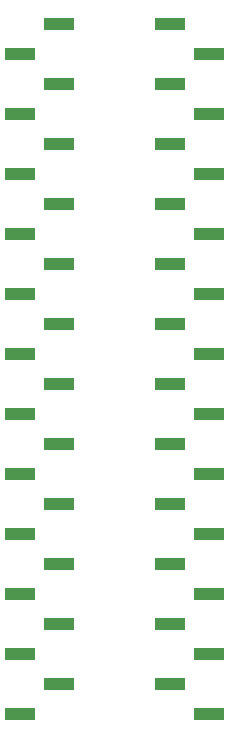
<source format=gbp>
G04 #@! TF.GenerationSoftware,KiCad,Pcbnew,9.0.6*
G04 #@! TF.CreationDate,2026-01-08T14:50:14-06:00*
G04 #@! TF.ProjectId,QFP-48_7x7_P0.5,5146502d-3438-45f3-9778-375f50302e35,rev?*
G04 #@! TF.SameCoordinates,Original*
G04 #@! TF.FileFunction,Paste,Bot*
G04 #@! TF.FilePolarity,Positive*
%FSLAX46Y46*%
G04 Gerber Fmt 4.6, Leading zero omitted, Abs format (unit mm)*
G04 Created by KiCad (PCBNEW 9.0.6) date 2026-01-08 14:50:14*
%MOMM*%
%LPD*%
G01*
G04 APERTURE LIST*
%ADD10R,2.510000X1.000000*%
G04 APERTURE END LIST*
D10*
X143125000Y-91387144D03*
X146435000Y-93927144D03*
X143125000Y-96467144D03*
X146435000Y-99007144D03*
X143125000Y-101547144D03*
X146435000Y-104087144D03*
X143125000Y-106627144D03*
X146435000Y-109167144D03*
X143125000Y-111707144D03*
X146435000Y-114247144D03*
X143125000Y-116787144D03*
X146435000Y-119327144D03*
X143125000Y-121867144D03*
X146435000Y-124407144D03*
X143125000Y-126947144D03*
X146435000Y-129487144D03*
X143125000Y-132027144D03*
X146435000Y-134567144D03*
X143125000Y-137107144D03*
X146435000Y-139647144D03*
X143125000Y-142187144D03*
X146435000Y-144727144D03*
X143125000Y-147267144D03*
X146435000Y-149807144D03*
X133735000Y-91387144D03*
X130425000Y-93927144D03*
X133735000Y-96467144D03*
X130425000Y-99007144D03*
X133735000Y-101547144D03*
X130425000Y-104087144D03*
X133735000Y-106627144D03*
X130425000Y-109167144D03*
X133735000Y-111707144D03*
X130425000Y-114247144D03*
X133735000Y-116787144D03*
X130425000Y-119327144D03*
X133735000Y-121867144D03*
X130425000Y-124407144D03*
X133735000Y-126947144D03*
X130425000Y-129487144D03*
X133735000Y-132027144D03*
X130425000Y-134567144D03*
X133735000Y-137107144D03*
X130425000Y-139647144D03*
X133735000Y-142187144D03*
X130425000Y-144727144D03*
X133735000Y-147267144D03*
X130425000Y-149807144D03*
M02*

</source>
